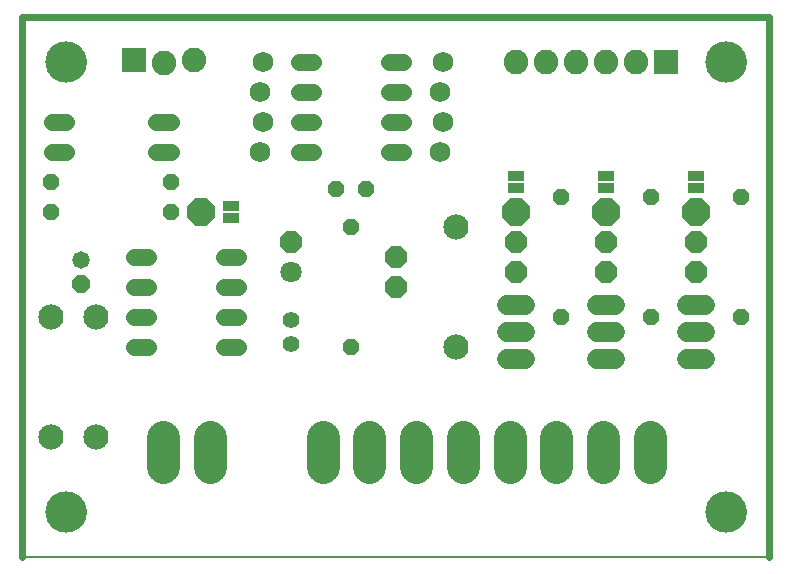
<source format=gbs>
G75*
%MOIN*%
%OFA0B0*%
%FSLAX24Y24*%
%IPPOS*%
%LPD*%
%AMOC8*
5,1,8,0,0,1.08239X$1,22.5*
%
%ADD10C,0.0080*%
%ADD11C,0.0240*%
%ADD12C,0.0680*%
%ADD13C,0.0000*%
%ADD14C,0.1380*%
%ADD15OC8,0.0580*%
%ADD16C,0.0580*%
%ADD17OC8,0.0710*%
%ADD18C,0.0710*%
%ADD19OC8,0.0560*%
%ADD20OC8,0.0740*%
%ADD21C,0.0560*%
%ADD22C,0.0552*%
%ADD23C,0.0840*%
%ADD24R,0.0820X0.0820*%
%ADD25C,0.0820*%
%ADD26C,0.0680*%
%ADD27R,0.0580X0.0330*%
%ADD28OC8,0.0930*%
%ADD29C,0.1084*%
D10*
X006373Y004935D02*
X031273Y004935D01*
D11*
X006373Y004935D02*
X006373Y022931D01*
X031273Y022931D01*
X031273Y004935D01*
D12*
X029133Y011535D02*
X028533Y011535D01*
X028533Y012435D02*
X029133Y012435D01*
X029133Y013335D02*
X028533Y013335D01*
X026133Y013335D02*
X025533Y013335D01*
X025533Y012435D02*
X026133Y012435D01*
X026133Y011535D02*
X025533Y011535D01*
X023133Y011535D02*
X022533Y011535D01*
X022533Y012435D02*
X023133Y012435D01*
X023133Y013335D02*
X022533Y013335D01*
D13*
X029183Y006435D02*
X029185Y006485D01*
X029191Y006535D01*
X029201Y006585D01*
X029214Y006633D01*
X029231Y006681D01*
X029252Y006727D01*
X029276Y006771D01*
X029304Y006813D01*
X029335Y006853D01*
X029369Y006890D01*
X029406Y006925D01*
X029445Y006956D01*
X029486Y006985D01*
X029530Y007010D01*
X029576Y007032D01*
X029623Y007050D01*
X029671Y007064D01*
X029720Y007075D01*
X029770Y007082D01*
X029820Y007085D01*
X029871Y007084D01*
X029921Y007079D01*
X029971Y007070D01*
X030019Y007058D01*
X030067Y007041D01*
X030113Y007021D01*
X030158Y006998D01*
X030201Y006971D01*
X030241Y006941D01*
X030279Y006908D01*
X030314Y006872D01*
X030347Y006833D01*
X030376Y006792D01*
X030402Y006749D01*
X030425Y006704D01*
X030444Y006657D01*
X030459Y006609D01*
X030471Y006560D01*
X030479Y006510D01*
X030483Y006460D01*
X030483Y006410D01*
X030479Y006360D01*
X030471Y006310D01*
X030459Y006261D01*
X030444Y006213D01*
X030425Y006166D01*
X030402Y006121D01*
X030376Y006078D01*
X030347Y006037D01*
X030314Y005998D01*
X030279Y005962D01*
X030241Y005929D01*
X030201Y005899D01*
X030158Y005872D01*
X030113Y005849D01*
X030067Y005829D01*
X030019Y005812D01*
X029971Y005800D01*
X029921Y005791D01*
X029871Y005786D01*
X029820Y005785D01*
X029770Y005788D01*
X029720Y005795D01*
X029671Y005806D01*
X029623Y005820D01*
X029576Y005838D01*
X029530Y005860D01*
X029486Y005885D01*
X029445Y005914D01*
X029406Y005945D01*
X029369Y005980D01*
X029335Y006017D01*
X029304Y006057D01*
X029276Y006099D01*
X029252Y006143D01*
X029231Y006189D01*
X029214Y006237D01*
X029201Y006285D01*
X029191Y006335D01*
X029185Y006385D01*
X029183Y006435D01*
X029183Y021435D02*
X029185Y021485D01*
X029191Y021535D01*
X029201Y021585D01*
X029214Y021633D01*
X029231Y021681D01*
X029252Y021727D01*
X029276Y021771D01*
X029304Y021813D01*
X029335Y021853D01*
X029369Y021890D01*
X029406Y021925D01*
X029445Y021956D01*
X029486Y021985D01*
X029530Y022010D01*
X029576Y022032D01*
X029623Y022050D01*
X029671Y022064D01*
X029720Y022075D01*
X029770Y022082D01*
X029820Y022085D01*
X029871Y022084D01*
X029921Y022079D01*
X029971Y022070D01*
X030019Y022058D01*
X030067Y022041D01*
X030113Y022021D01*
X030158Y021998D01*
X030201Y021971D01*
X030241Y021941D01*
X030279Y021908D01*
X030314Y021872D01*
X030347Y021833D01*
X030376Y021792D01*
X030402Y021749D01*
X030425Y021704D01*
X030444Y021657D01*
X030459Y021609D01*
X030471Y021560D01*
X030479Y021510D01*
X030483Y021460D01*
X030483Y021410D01*
X030479Y021360D01*
X030471Y021310D01*
X030459Y021261D01*
X030444Y021213D01*
X030425Y021166D01*
X030402Y021121D01*
X030376Y021078D01*
X030347Y021037D01*
X030314Y020998D01*
X030279Y020962D01*
X030241Y020929D01*
X030201Y020899D01*
X030158Y020872D01*
X030113Y020849D01*
X030067Y020829D01*
X030019Y020812D01*
X029971Y020800D01*
X029921Y020791D01*
X029871Y020786D01*
X029820Y020785D01*
X029770Y020788D01*
X029720Y020795D01*
X029671Y020806D01*
X029623Y020820D01*
X029576Y020838D01*
X029530Y020860D01*
X029486Y020885D01*
X029445Y020914D01*
X029406Y020945D01*
X029369Y020980D01*
X029335Y021017D01*
X029304Y021057D01*
X029276Y021099D01*
X029252Y021143D01*
X029231Y021189D01*
X029214Y021237D01*
X029201Y021285D01*
X029191Y021335D01*
X029185Y021385D01*
X029183Y021435D01*
X007183Y021435D02*
X007185Y021485D01*
X007191Y021535D01*
X007201Y021585D01*
X007214Y021633D01*
X007231Y021681D01*
X007252Y021727D01*
X007276Y021771D01*
X007304Y021813D01*
X007335Y021853D01*
X007369Y021890D01*
X007406Y021925D01*
X007445Y021956D01*
X007486Y021985D01*
X007530Y022010D01*
X007576Y022032D01*
X007623Y022050D01*
X007671Y022064D01*
X007720Y022075D01*
X007770Y022082D01*
X007820Y022085D01*
X007871Y022084D01*
X007921Y022079D01*
X007971Y022070D01*
X008019Y022058D01*
X008067Y022041D01*
X008113Y022021D01*
X008158Y021998D01*
X008201Y021971D01*
X008241Y021941D01*
X008279Y021908D01*
X008314Y021872D01*
X008347Y021833D01*
X008376Y021792D01*
X008402Y021749D01*
X008425Y021704D01*
X008444Y021657D01*
X008459Y021609D01*
X008471Y021560D01*
X008479Y021510D01*
X008483Y021460D01*
X008483Y021410D01*
X008479Y021360D01*
X008471Y021310D01*
X008459Y021261D01*
X008444Y021213D01*
X008425Y021166D01*
X008402Y021121D01*
X008376Y021078D01*
X008347Y021037D01*
X008314Y020998D01*
X008279Y020962D01*
X008241Y020929D01*
X008201Y020899D01*
X008158Y020872D01*
X008113Y020849D01*
X008067Y020829D01*
X008019Y020812D01*
X007971Y020800D01*
X007921Y020791D01*
X007871Y020786D01*
X007820Y020785D01*
X007770Y020788D01*
X007720Y020795D01*
X007671Y020806D01*
X007623Y020820D01*
X007576Y020838D01*
X007530Y020860D01*
X007486Y020885D01*
X007445Y020914D01*
X007406Y020945D01*
X007369Y020980D01*
X007335Y021017D01*
X007304Y021057D01*
X007276Y021099D01*
X007252Y021143D01*
X007231Y021189D01*
X007214Y021237D01*
X007201Y021285D01*
X007191Y021335D01*
X007185Y021385D01*
X007183Y021435D01*
X007183Y006435D02*
X007185Y006485D01*
X007191Y006535D01*
X007201Y006585D01*
X007214Y006633D01*
X007231Y006681D01*
X007252Y006727D01*
X007276Y006771D01*
X007304Y006813D01*
X007335Y006853D01*
X007369Y006890D01*
X007406Y006925D01*
X007445Y006956D01*
X007486Y006985D01*
X007530Y007010D01*
X007576Y007032D01*
X007623Y007050D01*
X007671Y007064D01*
X007720Y007075D01*
X007770Y007082D01*
X007820Y007085D01*
X007871Y007084D01*
X007921Y007079D01*
X007971Y007070D01*
X008019Y007058D01*
X008067Y007041D01*
X008113Y007021D01*
X008158Y006998D01*
X008201Y006971D01*
X008241Y006941D01*
X008279Y006908D01*
X008314Y006872D01*
X008347Y006833D01*
X008376Y006792D01*
X008402Y006749D01*
X008425Y006704D01*
X008444Y006657D01*
X008459Y006609D01*
X008471Y006560D01*
X008479Y006510D01*
X008483Y006460D01*
X008483Y006410D01*
X008479Y006360D01*
X008471Y006310D01*
X008459Y006261D01*
X008444Y006213D01*
X008425Y006166D01*
X008402Y006121D01*
X008376Y006078D01*
X008347Y006037D01*
X008314Y005998D01*
X008279Y005962D01*
X008241Y005929D01*
X008201Y005899D01*
X008158Y005872D01*
X008113Y005849D01*
X008067Y005829D01*
X008019Y005812D01*
X007971Y005800D01*
X007921Y005791D01*
X007871Y005786D01*
X007820Y005785D01*
X007770Y005788D01*
X007720Y005795D01*
X007671Y005806D01*
X007623Y005820D01*
X007576Y005838D01*
X007530Y005860D01*
X007486Y005885D01*
X007445Y005914D01*
X007406Y005945D01*
X007369Y005980D01*
X007335Y006017D01*
X007304Y006057D01*
X007276Y006099D01*
X007252Y006143D01*
X007231Y006189D01*
X007214Y006237D01*
X007201Y006285D01*
X007191Y006335D01*
X007185Y006385D01*
X007183Y006435D01*
D14*
X007833Y006435D03*
X007833Y021435D03*
X029833Y021435D03*
X029833Y006435D03*
D15*
X008333Y014035D03*
D16*
X008333Y014835D03*
D17*
X015333Y015435D03*
D18*
X015333Y014435D03*
D19*
X017333Y015935D03*
X017833Y017185D03*
X016833Y017185D03*
X017333Y011935D03*
X011333Y016435D03*
X011333Y017435D03*
X007333Y017435D03*
X007333Y016435D03*
X024333Y016935D03*
X027333Y016935D03*
X030333Y016935D03*
X030333Y012935D03*
X027333Y012935D03*
X024333Y012935D03*
D20*
X025833Y014435D03*
X025833Y015435D03*
X022833Y015435D03*
X022833Y014435D03*
X018833Y013935D03*
X018833Y014935D03*
X028833Y014435D03*
X028833Y015435D03*
D21*
X019073Y018435D02*
X018593Y018435D01*
X018593Y019435D02*
X019073Y019435D01*
X019073Y020435D02*
X018593Y020435D01*
X018593Y021435D02*
X019073Y021435D01*
X016073Y021435D02*
X015593Y021435D01*
X015593Y020435D02*
X016073Y020435D01*
X016073Y019435D02*
X015593Y019435D01*
X015593Y018435D02*
X016073Y018435D01*
X013573Y014935D02*
X013093Y014935D01*
X013093Y013935D02*
X013573Y013935D01*
X013573Y012935D02*
X013093Y012935D01*
X013093Y011935D02*
X013573Y011935D01*
X010573Y011935D02*
X010093Y011935D01*
X010093Y012935D02*
X010573Y012935D01*
X010573Y013935D02*
X010093Y013935D01*
X010093Y014935D02*
X010573Y014935D01*
X010833Y018435D02*
X011313Y018435D01*
X011313Y019435D02*
X010833Y019435D01*
X007833Y019435D02*
X007353Y019435D01*
X007353Y018435D02*
X007833Y018435D01*
D22*
X015333Y012829D03*
X015333Y012041D03*
D23*
X020833Y011935D03*
X020833Y015935D03*
X008833Y012935D03*
X007333Y012935D03*
X007333Y008935D03*
X008833Y008935D03*
D24*
X010083Y021485D03*
X027833Y021435D03*
D25*
X026833Y021435D03*
X025833Y021435D03*
X024833Y021435D03*
X023833Y021435D03*
X022833Y021435D03*
X012083Y021485D03*
X011083Y021385D03*
D26*
X014383Y021435D03*
X014283Y020435D03*
X014383Y019435D03*
X014283Y018435D03*
X020283Y018435D03*
X020383Y019435D03*
X020283Y020435D03*
X020383Y021435D03*
D27*
X022833Y017635D03*
X022833Y017235D03*
X025833Y017235D03*
X025833Y017635D03*
X028833Y017635D03*
X028833Y017235D03*
X013333Y016635D03*
X013333Y016235D03*
D28*
X012333Y016435D03*
X022833Y016435D03*
X025833Y016435D03*
X028833Y016435D03*
D29*
X027290Y008937D02*
X027290Y007933D01*
X025731Y007933D02*
X025731Y008937D01*
X024172Y008937D02*
X024172Y007933D01*
X022612Y007933D02*
X022612Y008937D01*
X021053Y008937D02*
X021053Y007933D01*
X019494Y007933D02*
X019494Y008937D01*
X017935Y008937D02*
X017935Y007933D01*
X016376Y007933D02*
X016376Y008937D01*
X012612Y008937D02*
X012612Y007933D01*
X011053Y007933D02*
X011053Y008937D01*
M02*

</source>
